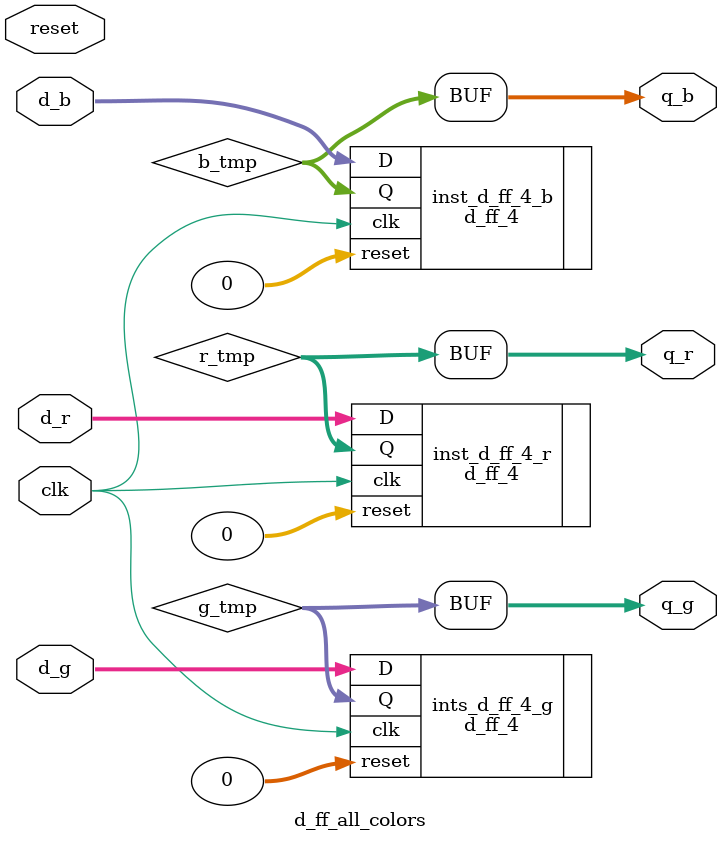
<source format=v>
`timescale 1ns / 1ps

module d_ff_all_colors(
  input             clk,
  input             reset,
        
  input wire [3:0]  d_r,
  input wire [3:0]  d_g,
  input wire [3:0]  d_b,
        
  output     [3:0]  q_r,
  output     [3:0]  q_g,
  output     [3:0]  q_b
  );
    
wire    [3:0] r_tmp, b_tmp, g_tmp;
    
d_ff_4 inst_d_ff_4_r(
  .clk      (clk        ),   
  .reset    (0          ),
  
  .D        (d_r        ),
  .Q        (r_tmp      )
);

d_ff_4 ints_d_ff_4_g(
  .clk      (clk        ),   
  .reset    (0          ),
  
  .D        (d_g        ),
  .Q        (g_tmp      )
);

d_ff_4 inst_d_ff_4_b(
  .clk      (clk        ),   
  .reset    (0          ),
  
  .D        (d_b        ),
  .Q        (b_tmp      )
);
   
assign q_r = r_tmp;
assign q_b = b_tmp;
assign q_g = g_tmp;
    
endmodule

</source>
